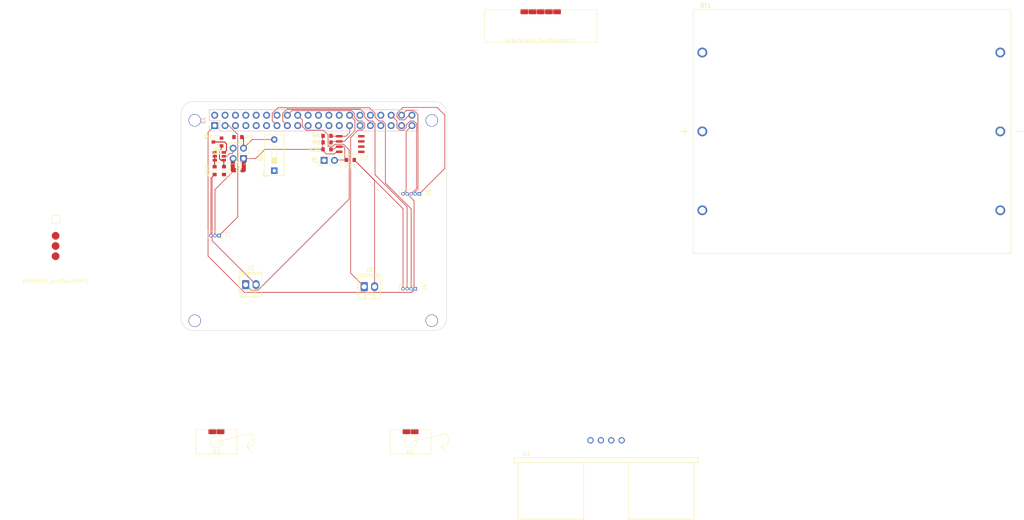
<source format=kicad_pcb>
(kicad_pcb (version 20241229) (generator "pcbnew") (generator_version "9.0")
  (layers (0 "F.Cu" signal) (4 "In1.Cu" signal) (6 "In2.Cu" signal) (2 "B.Cu" signal) (13 "F.Paste" user) (15 "B.Paste" user) (5 "F.SilkS" user "F.Silkscreen") (7 "B.SilkS" user "B.Silkscreen") (1 "F.Mask" user) (3 "B.Mask" user) (25 "Edge.Cuts" user))
  (net 0 "")
  (net 1 "GND")
  (net 2 "/ID_SD_EEPROM")
  (net 3 "/ID_SC_EEPROM")
  (net 6 "/P3V3_HAT")
  (net 7 "/P5V_HAT")
  (net 8 "/P3V3")
  (net 9 "/P5V")
  (net 16 "/GPIO2")
  (net 17 "/MTR1DIR")
  (net 18 "/D2")
  (net 21 "/MTR2DIR")
  (net 22 "/D3")
  (net 25 "/D0")
  (net 28 "/GPIO16")
  (net 32 "/GPIO21")
  (net 34 "/GPIO20")
  (net 35 "Net-(J9-Pin_2)")
  (net 36 "Net-(Q1-G)")
  (net 37 "Net-(Q2A-B)")
  (net 38 "Net-(SW1-A)")
  (footprint "project_footprints:NPTH_3mm_ID" (layer "F.Cu") (at 61.364655 62.599655)
    (property "Reference" "H1" (at 0.06 0.09 0) (layer "F.SilkS"))
    (property "Value" "3mm_Mounting_Hole" (hide yes))
    (pad "" np_thru_hole circle (at 0 0) (size 3 3) (drill 2.75) (layers "*.Cu" "*.Mask") (clearance 1.6))
  )
  (footprint "project_footprints:NPTH_3mm_ID" (layer "F.Cu") (at 119.364655 62.619655)
    (property "Reference" "H2" (at 0.06 0.09 0) (layer "F.SilkS"))
    (property "Value" "3mm_Mounting_Hole" (hide yes))
    (pad "" np_thru_hole circle (at 0 0) (size 3 3) (drill 2.75) (layers "*.Cu" "*.Mask") (clearance 1.6))
  )
  (footprint "project_footprints:NPTH_3mm_ID" (layer "F.Cu") (at 61.364655 111.609655)
    (property "Reference" "H3" (at 0.06 0.09 0) (layer "F.SilkS"))
    (property "Value" "3mm_Mounting_Hole" (hide yes))
    (pad "" np_thru_hole circle (at 0 0) (size 3 3) (drill 2.75) (layers "*.Cu" "*.Mask") (clearance 1.6))
  )
  (footprint "project_footprints:NPTH_3mm_ID" (layer "F.Cu") (at 119.354655 111.599655)
    (property "Reference" "H4" (at 0.06 0.09 0) (layer "F.SilkS"))
    (property "Value" "3mm_Mounting_Hole" (hide yes))
    (pad "" np_thru_hole circle (at 0 0) (size 3 3) (drill 2.75) (layers "*.Cu" "*.Mask") (clearance 1.6))
  )
  (footprint "Resistor_SMD:R_0603_1608Metric_Pad0.84x1.00mm_HandSolder" (layer "F.Cu") (at 71.924655 66.689655)
    (property "Reference" "R9" (at 2.65 0.1 0) (layer "F.SilkS"))
    (property "Value" "DNP")
    (pad "1" smd rect (at -0.9625 0) (size 0.845 1) (layers "F.Cu" "F.Mask" "F.Paste") (net 7 "/P5V_HAT"))
    (pad "2" smd rect (at 0.9625 0) (size 0.845 1) (layers "F.Cu" "F.Mask" "F.Paste") (net 9 "/P5V"))
  )
  (footprint "Resistor_SMD:R_0603_1608Metric_Pad0.84x1.00mm_HandSolder" (layer "F.Cu") (at 72.024655 74.789655)
    (property "Reference" "R7" (at 0 -1.65 0) (layer "F.SilkS"))
    (property "Value" "DNP")
    (pad "1" smd rect (at -0.9625 0) (size 0.845 1) (layers "F.Cu" "F.Mask" "F.Paste") (net 6 "/P3V3_HAT"))
    (pad "2" smd rect (at 0.9625 0) (size 0.845 1) (layers "F.Cu" "F.Mask" "F.Paste") (net 8 "/P3V3"))
  )
  (footprint "Resistor_SMD:R_0603_1608Metric_Pad0.84x1.00mm_HandSolder" (layer "F.Cu") (at 99.424655 72.289655)
    (property "Reference" "R11" (at 0 1.5 0) (layer "F.SilkS"))
    (property "Value" "DNP")
    (pad "1" smd rect (at -0.9625 0) (size 0.845 1) (layers "F.Cu" "F.Mask" "F.Paste") (net 35 "Net-(J9-Pin_2)"))
    (pad "2" smd rect (at 0.9625 0) (size 0.845 1) (layers "F.Cu" "F.Mask" "F.Paste") (net 1 "GND"))
  )
  (footprint "Resistor_SMD:R_0603_1608Metric_Pad0.84x1.00mm_HandSolder" (layer "F.Cu") (at 66.224655 74.889655 -90)
    (property "Reference" "R23" (at 0.108 1.556 90) (layer "F.SilkS"))
    (property "Value" "10K")
    (pad "1" smd rect (at -0.9625 0 270) (size 0.845 1) (layers "F.Cu" "F.Mask" "F.Paste") (net 37 "Net-(Q2A-B)"))
    (pad "2" smd rect (at 0.9625 0 270) (size 0.845 1) (layers "F.Cu" "F.Mask" "F.Paste") (net 1 "GND"))
  )
  (footprint "Resistor_SMD:R_0603_1608Metric_Pad0.84x1.00mm_HandSolder" (layer "F.Cu") (at 68.524655 74.889655 -90)
    (property "Reference" "R24" (at 0.616 -1.3 270) (layer "F.SilkS") (effects (font (size 0.9 0.9) (thickness 0.13))))
    (property "Value" "47K")
    (pad "1" smd rect (at -0.9625 0 270) (size 0.845 1) (layers "F.Cu" "F.Mask" "F.Paste") (net 36 "Net-(Q1-G)"))
    (pad "2" smd rect (at 0.9625 0 270) (size 0.845 1) (layers "F.Cu" "F.Mask" "F.Paste") (net 1 "GND"))
  )
  (footprint "Resistor_SMD:R_0603_1608Metric_Pad0.84x1.00mm_HandSolder" (layer "F.Cu") (at 93.724655 69.689655)
    (property "Reference" "R29" (at -3.15 0.1 0) (layer "F.SilkS"))
    (property "Value" "10K")
    (pad "1" smd rect (at -0.9625 0) (size 0.845 1) (layers "F.Cu" "F.Mask" "F.Paste") (net 8 "/P3V3"))
    (pad "2" smd rect (at 0.9625 0) (size 0.845 1) (layers "F.Cu" "F.Mask" "F.Paste") (net 35 "Net-(J9-Pin_2)"))
  )
  (footprint "Resistor_SMD:R_0603_1608Metric_Pad0.84x1.00mm_HandSolder" (layer "F.Cu") (at 93.724655 67.989655)
    (property "Reference" "R8" (at -2.65 0.05 0) (layer "F.SilkS"))
    (property "Value" "3.9K")
    (pad "1" smd rect (at -0.9625 0) (size 0.845 1) (layers "F.Cu" "F.Mask" "F.Paste") (net 8 "/P3V3"))
    (pad "2" smd rect (at 0.9625 0) (size 0.845 1) (layers "F.Cu" "F.Mask" "F.Paste") (net 3 "/ID_SC_EEPROM"))
  )
  (footprint "Package_TO_SOT_SMD:SOT-23-6" (layer "F.Cu") (at 67.374655 71.389655)
    (property "Reference" "Q2" (at -2.706 -4.774 0) (layer "F.SilkS"))
    (property "Value" "DMMT5401")
    (pad "1" smd rect (at -1.1 -0.95) (size 1.06 0.65) (layers "F.Cu" "F.Mask" "F.Paste") (net 37 "Net-(Q2A-B)"))
    (pad "2" smd rect (at -1.1 0) (size 1.06 0.65) (layers "F.Cu" "F.Mask" "F.Paste") (net 37 "Net-(Q2A-B)"))
    (pad "3" smd rect (at -1.1 0.95) (size 1.06 0.65) (layers "F.Cu" "F.Mask" "F.Paste") (net 37 "Net-(Q2A-B)"))
    (pad "4" smd rect (at 1.1 0.95) (size 1.06 0.65) (layers "F.Cu" "F.Mask" "F.Paste") (net 36 "Net-(Q1-G)"))
    (pad "5" smd rect (at 1.1 0) (size 1.06 0.65) (layers "F.Cu" "F.Mask" "F.Paste") (net 7 "/P5V_HAT"))
    (pad "6" smd rect (at 1.1 -0.95) (size 1.06 0.65) (layers "F.Cu" "F.Mask" "F.Paste") (net 9 "/P5V"))
  )
  (footprint "Package_TO_SOT_SMD:SOT-23" (layer "F.Cu") (at 66.924655 67.889655 180)
    (property "Reference" "Q1" (at 0 -2.5 180) (layer "F.SilkS"))
    (property "Value" "DMG2305UX")
    (pad "1" smd rect (at -1 -0.95 180) (size 0.9 0.8) (layers "F.Cu" "F.Mask" "F.Paste") (net 36 "Net-(Q1-G)"))
    (pad "2" smd rect (at -1 0.95 180) (size 0.9 0.8) (layers "F.Cu" "F.Mask" "F.Paste") (net 7 "/P5V_HAT"))
    (pad "3" smd rect (at 1 0 180) (size 0.9 0.8) (layers "F.Cu" "F.Mask" "F.Paste") (net 9 "/P5V"))
  )
  (footprint "Package_SOIC:SOIC-8_3.9x4.9mm_P1.27mm" (layer "F.Cu") (at 99.424655 68.389655 180)
    (property "Reference" "U2" (at -3.4 -3.4 180) (layer "F.SilkS"))
    (property "Value" "CAT24C32")
    (pad "1" smd rect (at -2.7 -1.905 180) (size 1.55 0.6) (layers "F.Cu" "F.Mask" "F.Paste") (net 1 "GND"))
    (pad "2" smd rect (at -2.7 -0.635 180) (size 1.55 0.6) (layers "F.Cu" "F.Mask" "F.Paste") (net 1 "GND"))
    (pad "3" smd rect (at -2.7 0.635 180) (size 1.55 0.6) (layers "F.Cu" "F.Mask" "F.Paste") (net 1 "GND"))
    (pad "4" smd rect (at -2.7 1.905 180) (size 1.55 0.6) (layers "F.Cu" "F.Mask" "F.Paste") (net 1 "GND"))
    (pad "5" smd rect (at 2.7 1.905 180) (size 1.55 0.6) (layers "F.Cu" "F.Mask" "F.Paste") (net 2 "/ID_SD_EEPROM"))
    (pad "6" smd rect (at 2.7 0.635 180) (size 1.55 0.6) (layers "F.Cu" "F.Mask" "F.Paste") (net 3 "/ID_SC_EEPROM"))
    (pad "7" smd rect (at 2.7 -0.635 180) (size 1.55 0.6) (layers "F.Cu" "F.Mask" "F.Paste") (net 35 "Net-(J9-Pin_2)"))
    (pad "8" smd rect (at 2.7 -1.905 180) (size 1.55 0.6) (layers "F.Cu" "F.Mask" "F.Paste") (net 8 "/P3V3"))
  )
  (footprint "Connector_PinHeader_2.54mm:PinHeader_2x02_P2.54mm_Vertical" (layer "F.Cu") (at 73.304655 71.949655 180)
    (property "Reference" "J6" (at 1.27 -2.33 180) (layer "F.SilkS"))
    (property "Value" "CONN_02X02")
    (pad "1" thru_hole rect (at 0 0 180) (size 1.7 1.7) (drill 1) (layers "*.Cu" "*.Mask") (net 8 "/P3V3"))
    (pad "2" thru_hole oval (at 2.54 0 180) (size 1.7 1.7) (drill 1) (layers "*.Cu" "*.Mask") (net 6 "/P3V3_HAT"))
    (pad "3" thru_hole oval (at 0 2.54 180) (size 1.7 1.7) (drill 1) (layers "*.Cu" "*.Mask") (net 9 "/P5V"))
    (pad "4" thru_hole oval (at 2.54 2.54 180) (size 1.7 1.7) (drill 1) (layers "*.Cu" "*.Mask") (net 7 "/P5V_HAT"))
  )
  (footprint "Connector_PinHeader_2.54mm:PinHeader_1x02_P2.54mm_Vertical" (layer "F.Cu") (at 93.024655 72.389655 90)
    (property "Reference" "J9" (at 0 -2.33 90) (layer "F.SilkS"))
    (property "Value" "CONN_01X02")
    (pad "1" thru_hole rect (at 0 0 90) (size 1.7 1.7) (drill 1) (layers "*.Cu" "*.Mask") (net 1 "GND"))
    (pad "2" thru_hole oval (at 0 2.54 90) (size 1.7 1.7) (drill 1) (layers "*.Cu" "*.Mask") (net 35 "Net-(J9-Pin_2)"))
  )
  (footprint "Resistor_SMD:R_0603_1608Metric_Pad0.84x1.00mm_HandSolder" (layer "F.Cu") (at 93.724655 66.389655)
    (property "Reference" "R6" (at -2.65 -0.1 0) (layer "F.SilkS"))
    (property "Value" "3.9K")
    (pad "1" smd rect (at -0.9625 0) (size 0.845 1) (layers "F.Cu" "F.Mask" "F.Paste") (net 8 "/P3V3"))
    (pad "2" smd rect (at 0.9625 0) (size 0.845 1) (layers "F.Cu" "F.Mask" "F.Paste") (net 2 "/ID_SD_EEPROM"))
  )
  (footprint "CS437:Sunfounder_Photointerrupter" (layer "F.Cu") (at 27.324655 96.334655)
    (property "Reference" "photoint_sunfounder1" (at 0 5.5 0) (layer "F.SilkS") (effects (font (thickness 0.1))))
    (property "Value" "~")
    (pad "GND" smd circle (at 0 -0.5) (size 1.905 1.905) (layers "F.Cu" "F.Mask" "F.Paste") (net 1 "GND"))
    (pad "SIG" smd circle (at 0 -5.5) (size 1.905 1.905) (layers "F.Cu" "F.Mask" "F.Paste") (net 16 "/GPIO2"))
    (pad "Vcc" smd circle (at 0 -3) (size 1.905 1.905) (layers "F.Cu" "F.Mask" "F.Paste") (net 6 "/P3V3_HAT"))
  )
  (footprint "CS437:Sunfound_Grayscale" (layer "F.Cu") (at 146 43.5)
    (property "Reference" "GrayScale_Sunfounder1" (at 0 -0.5 0) (layer "F.SilkS") (effects (font (thickness 0.1))))
    (property "Value" "~")
    (pad "3V3" smd roundrect (at 2 -7.5) (size 1.905 1.27) (layers "F.Cu" "F.Mask" "F.Paste") (roundrect_rratio 0.15) (net 6 "/P3V3_HAT"))
    (pad "GND" smd roundrect (at 4 -7.5) (size 1.905 1.27) (layers "F.Cu" "F.Mask" "F.Paste") (roundrect_rratio 0.15) (net 1 "GND"))
    (pad "S0" smd roundrect (at 0 -7.5) (size 1.905 1.27) (layers "F.Cu" "F.Mask" "F.Paste") (roundrect_rratio 0.15) (net 28 "/GPIO16"))
    (pad "S1" smd roundrect (at -2 -7.5) (size 1.905 1.27) (layers "F.Cu" "F.Mask" "F.Paste") (roundrect_rratio 0.15) (net 34 "/GPIO20"))
    (pad "S2" smd roundrect (at -4 -7.5) (size 1.905 1.27) (layers "F.Cu" "F.Mask" "F.Paste") (roundrect_rratio 0.15) (net 32 "/GPIO21"))
  )
  (footprint "Connector_PinSocket_1.00mm:PinSocket_1x04_P1.00mm_Vertical" (layer "F.Cu") (at 115.324655 103.789655 -90)
    (property "Reference" "J4" (at -0.29 -2.25 90) (layer "F.SilkS"))
    (property "Value" "Ultrasound _Sensor_Connector")
    (pad "1" thru_hole rect (at 0 0 270) (size 0.85 0.85) (drill 0.5) (layers "*.Cu" "*.Mask") (net 6 "/P3V3_HAT"))
    (pad "2" thru_hole oval (at 0 1 270) (size 0.85 0.85) (drill 0.5) (layers "*.Cu" "*.Mask") (net 18 "/D2"))
    (pad "3" thru_hole oval (at 0 2 270) (size 0.85 0.85) (drill 0.5) (layers "*.Cu" "*.Mask") (net 22 "/D3"))
    (pad "4" thru_hole oval (at 0 3 270) (size 0.85 0.85) (drill 0.5) (layers "*.Cu" "*.Mask") (net 1 "GND"))
  )
  (footprint "Connector_PinSocket_1.00mm:PinSocket_1x05_P1.00mm_Vertical" (layer "F.Cu") (at 116.324655 80.579655 -90)
    (property "Reference" "J5" (at -0.29 -2.25 90) (layer "F.SilkS"))
    (property "Value" "GrayScale_Module_Connector")
    (pad "1" thru_hole rect (at 0 0 270) (size 0.85 0.85) (drill 0.5) (layers "*.Cu" "*.Mask") (net 32 "/GPIO21"))
    (pad "2" thru_hole oval (at 0 1 270) (size 0.85 0.85) (drill 0.5) (layers "*.Cu" "*.Mask") (net 34 "/GPIO20"))
    (pad "3" thru_hole oval (at 0 2 270) (size 0.85 0.85) (drill 0.5) (layers "*.Cu" "*.Mask") (net 28 "/GPIO16"))
    (pad "4" thru_hole oval (at 0 3 270) (size 0.85 0.85) (drill 0.5) (layers "*.Cu" "*.Mask") (net 6 "/P3V3_HAT"))
    (pad "5" thru_hole oval (at 0 4 270) (size 0.85 0.85) (drill 0.5) (layers "*.Cu" "*.Mask") (net 1 "GND"))
  )
  (footprint "HC-SR04:XCVR_HC-SR04" (layer "F.Cu") (at 162 140.875)
    (property "Reference" "U1" (at -19.48505 3.31671 0) (layer "F.SilkS") (effects (font (size 1.00052 1.00052))))
    (property "Value" "HC-SR04")
    (pad "1" thru_hole circle (at -3.81 0) (size 1.53 1.53) (drill 1.02) (layers "*.Cu" "*.Mask") (net 6 "/P3V3_HAT"))
    (pad "2" thru_hole circle (at -1.27 0) (size 1.53 1.53) (drill 1.02) (layers "*.Cu" "*.Mask") (net 18 "/D2"))
    (pad "3" thru_hole circle (at 1.27 0) (size 1.53 1.53) (drill 1.02) (layers "*.Cu" "*.Mask") (net 22 "/D3"))
    (pad "4" thru_hole circle (at 3.81 0) (size 1.53 1.53) (drill 1.02) (layers "*.Cu" "*.Mask") (net 1 "GND"))
  )
  (footprint "Connector_Molex:Molex_KK-254_AE-6410-02A_1x02_P2.54mm_Vertical" (layer "F.Cu") (at 73.824655 102.789655)
    (property "Reference" "J1" (at 1.27 -4.12 0) (layer "F.SilkS"))
    (property "Value" "Conn_01x02")
    (pad "1" thru_hole roundrect (at 0 0) (size 1.74 2.19) (drill 1.19) (layers "*.Cu" "*.Mask") (roundrect_rratio 0.143678) (net 21 "/MTR2DIR"))
    (pad "2" thru_hole oval (at 2.54 0) (size 1.74 2.19) (drill 1.19) (layers "*.Cu" "*.Mask") (net 1 "GND"))
  )
  (footprint "CS437:DC_MOTOR" (layer "F.Cu") (at 66.673267 144.232155)
    (property "Reference" "M2" (at 0 -0.5 0) (layer "F.SilkS") (effects (font (thickness 0.1))))
    (property "Value" "Motor_DC")
    (pad "1" smd roundrect (at -1 -5.5) (size 1.905 1.27) (layers "F.Cu" "F.Mask" "F.Paste") (roundrect_rratio 0.15) (net 21 "/MTR2DIR"))
    (pad "2" smd roundrect (at 1 -5.5) (size 1.905 1.27) (layers "F.Cu" "F.Mask" "F.Paste") (roundrect_rratio 0.15) (net 1 "GND"))
  )
  (footprint "Connector_Molex:Molex_KK-254_AE-6410-02A_1x02_P2.54mm_Vertical" (layer "F.Cu") (at 102.824655 103.289655)
    (property "Reference" "J2" (at 1.27 -4.12 0) (layer "F.SilkS"))
    (property "Value" "Conn_01x02")
    (pad "1" thru_hole roundrect (at 0 0) (size 1.74 2.19) (drill 1.19) (layers "*.Cu" "*.Mask") (roundrect_rratio 0.143678) (net 17 "/MTR1DIR"))
    (pad "2" thru_hole oval (at 2.54 0) (size 1.74 2.19) (drill 1.19) (layers "*.Cu" "*.Mask") (net 1 "GND"))
  )
  (footprint "CS437:DC_MOTOR" (layer "F.Cu") (at 114.173267 144.232155)
    (property "Reference" "M1" (at 0 -0.5 0) (layer "F.SilkS") (effects (font (thickness 0.1))))
    (property "Value" "Motor_DC")
    (pad "1" smd roundrect (at -1 -5.5) (size 1.905 1.27) (layers "F.Cu" "F.Mask" "F.Paste") (roundrect_rratio 0.15) (net 17 "/MTR1DIR"))
    (pad "2" smd roundrect (at 1 -5.5) (size 1.905 1.27) (layers "F.Cu" "F.Mask" "F.Paste") (roundrect_rratio 0.15) (net 1 "GND"))
  )
  (footprint "Button_Switch_THT:SW_DIP_SPSTx01_Slide_9.78x4.72mm_W7.62mm_P2.54mm" (layer "F.Cu") (at 80.824655 74.909655 90)
    (property "Reference" "SW1" (at 3.81 -3.42 90) (layer "F.SilkS"))
    (property "Value" "SW_SPST")
    (pad "1" thru_hole rect (at 0 0 90) (size 1.6 1.6) (drill 0.8) (layers "*.Cu" "*.Mask") (net 38 "Net-(SW1-A)"))
    (pad "2" thru_hole oval (at 7.62 0 90) (size 1.6 1.6) (drill 0.8) (layers "*.Cu" "*.Mask") (net 9 "/P5V"))
  )
  (footprint "Connector_PinSocket_1.00mm:PinSocket_1x03_P1.00mm_Vertical" (layer "F.Cu") (at 67.324655 90.789655 -90)
    (property "Reference" "J7" (at -0.29 -2.25 90) (layer "F.SilkS"))
    (property "Value" "PhotoInt_Connector")
    (pad "1" thru_hole rect (at 0 0 270) (size 0.85 0.85) (drill 0.5) (layers "*.Cu" "*.Mask") (net 16 "/GPIO2"))
    (pad "2" thru_hole oval (at 0 1 270) (size 0.85 0.85) (drill 0.5) (layers "*.Cu" "*.Mask") (net 6 "/P3V3_HAT"))
    (pad "3" thru_hole oval (at 0 2 270) (size 0.85 0.85) (drill 0.5) (layers "*.Cu" "*.Mask") (net 1 "GND"))
  )
  (footprint "BK-18650-PC6:BAT_BK-18650-PC6" (layer "F.Cu") (at 222.195 65.3)
    (property "Reference" "BT1" (at -35.825 -30.785 0) (layer "F.SilkS"))
    (property "Value" "BK-18650-PC6")
    (pad "" np_thru_hole circle (at -27.805 -19.3) (size 3.2 3.2) (drill 3.2) (layers "*.Cu" "*.Mask"))
    (pad "" np_thru_hole circle (at -27.805 0) (size 3.2 3.2) (drill 3.2) (layers "*.Cu" "*.Mask"))
    (pad "" np_thru_hole circle (at -27.805 19.3) (size 3.2 3.2) (drill 3.2) (layers "*.Cu" "*.Mask"))
    (pad "" np_thru_hole circle (at 27.805 -19.3) (size 3.2 3.2) (drill 3.2) (layers "*.Cu" "*.Mask"))
    (pad "" np_thru_hole circle (at 27.805 0) (size 3.2 3.2) (drill 3.2) (layers "*.Cu" "*.Mask"))
    (pad "" np_thru_hole circle (at 27.805 19.3) (size 3.2 3.2) (drill 3.2) (layers "*.Cu" "*.Mask"))
    (pad "1+" thru_hole circle (at -36.65 -19.3) (size 2.4 2.4) (drill 1.6) (layers "*.Cu" "*.Mask") (net 38 "Net-(SW1-A)"))
    (pad "1-" thru_hole circle (at 36.25 -19.3) (size 2.4 2.4) (drill 1.6) (layers "*.Cu" "*.Mask") (net 1 "GND"))
    (pad "2+" thru_hole circle (at -36.65 0) (size 2.4 2.4) (drill 1.6) (layers "*.Cu" "*.Mask") (net 38 "Net-(SW1-A)"))
    (pad "2-" thru_hole circle (at 36.25 0) (size 2.4 2.4) (drill 1.6) (layers "*.Cu" "*.Mask") (net 1 "GND"))
    (pad "3+" thru_hole circle (at -36.65 19.3) (size 2.4 2.4) (drill 1.6) (layers "*.Cu" "*.Mask") (net 38 "Net-(SW1-A)"))
    (pad "3-" thru_hole circle (at 36.25 19.3) (size 2.4 2.4) (drill 1.6) (layers "*.Cu" "*.Mask") (net 1 "GND"))
  )
  (footprint "Connector_PinSocket_2.54mm:PinSocket_2x20_P2.54mm_Vertical" (layer "B.Cu") (at 66.244655 63.879655 -90)
    (property "Reference" "J3" (at -1.27 2.77 270) (layer "B.SilkS") (effects (justify mirror)))
    (property "Value" "40HAT")
    (pad "1" thru_hole rect (at 0 0 270) (size 1.7 1.7) (drill 1) (layers "*.Cu" "*.Mask") (net 6 "/P3V3_HAT"))
    (pad "2" thru_hole oval (at -2.54 0 270) (size 1.7 1.7) (drill 1) (layers "*.Cu" "*.Mask") (net 7 "/P5V_HAT"))
    (pad "3" thru_hole oval (at 0 -2.54 270) (size 1.7 1.7) (drill 1) (layers "*.Cu" "*.Mask") (net 16 "/GPIO2"))
    (pad "4" thru_hole oval (at -2.54 -2.54 270) (size 1.7 1.7) (drill 1) (layers "*.Cu" "*.Mask") (net 7 "/P5V_HAT"))
    (pad "5" thru_hole oval (at 0 -5.08 270) (size 1.7 1.7) (drill 1) (layers "*.Cu" "*.Mask"))
    (pad "6" thru_hole oval (at -2.54 -5.08 270) (size 1.7 1.7) (drill 1) (layers "*.Cu" "*.Mask") (net 1 "GND"))
    (pad "7" thru_hole oval (at 0 -7.62 270) (size 1.7 1.7) (drill 1) (layers "*.Cu" "*.Mask"))
    (pad "8" thru_hole oval (at -2.54 -7.62 270) (size 1.7 1.7) (drill 1) (layers "*.Cu" "*.Mask"))
    (pad "9" thru_hole oval (at 0 -10.16 270) (size 1.7 1.7) (drill 1) (layers "*.Cu" "*.Mask") (net 1 "GND"))
    (pad "10" thru_hole oval (at -2.54 -10.16 270) (size 1.7 1.7) (drill 1) (layers "*.Cu" "*.Mask"))
    (pad "11" thru_hole oval (at 0 -12.7 270) (size 1.7 1.7) (drill 1) (layers "*.Cu" "*.Mask") (net 25 "/D0"))
    (pad "12" thru_hole oval (at -2.54 -12.7 270) (size 1.7 1.7) (drill 1) (layers "*.Cu" "*.Mask"))
    (pad "13" thru_hole oval (at 0 -15.24 270) (size 1.7 1.7) (drill 1) (layers "*.Cu" "*.Mask") (net 18 "/D2"))
    (pad "14" thru_hole oval (at -2.54 -15.24 270) (size 1.7 1.7) (drill 1) (layers "*.Cu" "*.Mask") (net 1 "GND"))
    (pad "15" thru_hole oval (at 0 -17.78 270) (size 1.7 1.7) (drill 1) (layers "*.Cu" "*.Mask") (net 22 "/D3"))
    (pad "16" thru_hole oval (at -2.54 -17.78 270) (size 1.7 1.7) (drill 1) (layers "*.Cu" "*.Mask") (net 17 "/MTR1DIR"))
    (pad "17" thru_hole oval (at 0 -20.32 270) (size 1.7 1.7) (drill 1) (layers "*.Cu" "*.Mask"))
    (pad "18" thru_hole oval (at -2.54 -20.32 270) (size 1.7 1.7) (drill 1) (layers "*.Cu" "*.Mask") (net 21 "/MTR2DIR"))
    (pad "19" thru_hole oval (at 0 -22.86 270) (size 1.7 1.7) (drill 1) (layers "*.Cu" "*.Mask"))
    (pad "20" thru_hole oval (at -2.54 -22.86 270) (size 1.7 1.7) (drill 1) (layers "*.Cu" "*.Mask") (net 1 "GND"))
    (pad "21" thru_hole oval (at 0 -25.4 270) (size 1.7 1.7) (drill 1) (layers "*.Cu" "*.Mask"))
    (pad "22" thru_hole oval (at -2.54 -25.4 270) (size 1.7 1.7) (drill 1) (layers "*.Cu" "*.Mask"))
    (pad "23" thru_hole oval (at 0 -27.94 270) (size 1.7 1.7) (drill 1) (layers "*.Cu" "*.Mask"))
    (pad "24" thru_hole oval (at -2.54 -27.94 270) (size 1.7 1.7) (drill 1) (layers "*.Cu" "*.Mask"))
    (pad "25" thru_hole oval (at 0 -30.48 270) (size 1.7 1.7) (drill 1) (layers "*.Cu" "*.Mask") (net 1 "GND"))
    (pad "26" thru_hole oval (at -2.54 -30.48 270) (size 1.7 1.7) (drill 1) (layers "*.Cu" "*.Mask"))
    (pad "27" thru_hole oval (at 0 -33.02 270) (size 1.7 1.7) (drill 1) (layers "*.Cu" "*.Mask") (net 2 "/ID_SD_EEPROM"))
    (pad "28" thru_hole oval (at -2.54 -33.02 270) (size 1.7 1.7) (drill 1) (layers "*.Cu" "*.Mask") (net 3 "/ID_SC_EEPROM"))
    (pad "29" thru_hole oval (at 0 -35.56 270) (size 1.7 1.7) (drill 1) (layers "*.Cu" "*.Mask"))
    (pad "30" thru_hole oval (at -2.54 -35.56 270) (size 1.7 1.7) (drill 1) (layers "*.Cu" "*.Mask") (net 1 "GND"))
    (pad "31" thru_hole oval (at 0 -38.1 270) (size 1.7 1.7) (drill 1) (layers "*.Cu" "*.Mask"))
    (pad "32" thru_hole oval (at -2.54 -38.1 270) (size 1.7 1.7) (drill 1) (layers "*.Cu" "*.Mask"))
    (pad "33" thru_hole oval (at 0 -40.64 270) (size 1.7 1.7) (drill 1) (layers "*.Cu" "*.Mask"))
    (pad "34" thru_hole oval (at -2.54 -40.64 270) (size 1.7 1.7) (drill 1) (layers "*.Cu" "*.Mask") (net 1 "GND"))
    (pad "35" thru_hole oval (at 0 -43.18 270) (size 1.7 1.7) (drill 1) (layers "*.Cu" "*.Mask"))
    (pad "36" thru_hole oval (at -2.54 -43.18 270) (size 1.7 1.7) (drill 1) (layers "*.Cu" "*.Mask") (net 28 "/GPIO16"))
    (pad "37" thru_hole oval (at 0 -45.72 270) (size 1.7 1.7) (drill 1) (layers "*.Cu" "*.Mask"))
    (pad "38" thru_hole oval (at -2.54 -45.72 270) (size 1.7 1.7) (drill 1) (layers "*.Cu" "*.Mask") (net 34 "/GPIO20"))
    (pad "39" thru_hole oval (at 0 -48.26 270) (size 1.7 1.7) (drill 1) (layers "*.Cu" "*.Mask") (net 1 "GND"))
    (pad "40" thru_hole oval (at -2.54 -48.26 270) (size 1.7 1.7) (drill 1) (layers "*.Cu" "*.Mask") (net 32 "/GPIO21"))
  )
  (gr_line (start 123 111) (end 123 61) (stroke (width 0.1)) (layer "Edge.Cuts"))
  (gr_line (start 58 61) (end 58 111) (stroke (width 0.1)) (layer "Edge.Cuts"))
  (gr_arc (start 122.999995 111.005236) (mid 122.119461 113.123148) (end 120 114) (stroke (width 0.1)) (layer "Edge.Cuts"))
  (gr_line (start 120 58) (end 61 58) (stroke (width 0.1)) (layer "Edge.Cuts"))
  (gr_line (start 61 114) (end 120 114) (stroke (width 0.1)) (layer "Edge.Cuts"))
  (gr_arc (start 120 58) (mid 122.121345 58.878665) (end 123 61) (stroke (width 0.1)) (layer "Edge.Cuts"))
  (gr_arc (start 58 61) (mid 58.87868 58.87868) (end 61 58) (stroke (width 0.1)) (layer "Edge.Cuts"))
  (gr_arc (start 61 114) (mid 58.87868 113.12132) (end 58 111) (stroke (width 0.1)) (layer "Edge.Cuts"))
  (segment (start 112.324655 80.579655) (end 113.090655 79.813655) (width 0.15) (layer "F.Cu") (net 1))
  (segment (start 112.324655 103.789655) (end 112.324655 84.227155) (width 0.15) (layer "F.Cu") (net 1))
  (segment (start 113.090655 79.813655) (end 113.090655 65.293655) (width 0.15) (layer "F.Cu") (net 1))
  (segment (start 65.623655 76.453155) (end 66.224655 75.852155) (width 0.15) (layer "F.Cu") (net 1))
  (segment (start 112.324655 84.227155) (end 100.387155 72.289655) (width 0.15) (layer "F.Cu") (net 1))
  (segment (start 76.364655 102.789655) (end 65.623655 92.048655) (width 0.15) (layer "F.Cu") (net 1))
  (segment (start 113.090655 65.293655) (end 114.504655 63.879655) (width 0.15) (layer "F.Cu") (net 1))
  (segment (start 65.324655 90.789655) (end 65.324655 76.752155) (width 0.15) (layer "F.Cu") (net 1))
  (segment (start 105.364655 77.267155) (end 100.387155 72.289655) (width 0.15) (layer "F.Cu") (net 1))
  (segment (start 105.364655 103.289655) (end 105.364655 77.267155) (width 0.15) (layer "F.Cu") (net 1))
  (segment (start 65.324655 76.752155) (end 66.224655 75.852155) (width 0.15) (layer "F.Cu") (net 1))
  (segment (start 65.623655 92.048655) (end 65.623655 76.453155) (width 0.15) (layer "F.Cu") (net 1))
  (segment (start 95.019655 66.584655) (end 94.824655 66.389655) (width 0.15) (layer "F.Cu") (net 2))
  (segment (start 99.264655 65.573055) (end 98.353055 66.484655) (width 0.15) (layer "F.Cu") (net 2))
  (segment (start 96.724655 66.484655) (end 94.782155 66.484655) (width 0.15) (layer "F.Cu") (net 2))
  (segment (start 99.264655 63.879655) (end 99.264655 65.573055) (width 0.15) (layer "F.Cu") (net 2))
  (segment (start 94.782155 66.484655) (end 94.687155 66.389655) (width 0.15) (layer "F.Cu") (net 2))
  (segment (start 98.353055 66.484655) (end 96.724655 66.484655) (width 0.15) (layer "F.Cu") (net 2))
  (segment (start 99.264655 64.349655) (end 99.264655 63.879655) (width 0.25) (layer "B.Cu") (net 2))
  (segment (start 94.959655 67.854655) (end 94.824655 67.989655) (width 0.15) (layer "F.Cu") (net 3))
  (segment (start 96.724655 67.754655) (end 94.922155 67.754655) (width 0.15) (layer "F.Cu") (net 3))
  (segment (start 99.264655 61.339655) (end 99.174655 61.339655) (width 0.15) (layer "F.Cu") (net 3))
  (segment (start 99.264655 61.339655) (end 100.543615 62.618615) (width 0.15) (layer "F.Cu") (net 3))
  (segment (start 100.543615 62.618615) (end 100.543615 65.150075) (width 0.15) (layer "F.Cu") (net 3))
  (segment (start 94.922155 67.754655) (end 94.687155 67.989655) (width 0.15) (layer "F.Cu") (net 3))
  (segment (start 100.543615 65.150075) (end 97.939035 67.754655) (width 0.15) (layer "F.Cu") (net 3))
  (segment (start 97.939035 67.754655) (end 96.724655 67.754655) (width 0.15) (layer "F.Cu") (net 3))
  (segment (start 70.674655 72.039655) (end 70.764655 71.949655) (width 0.25) (layer "F.Cu") (net 6))
  (segment (start 115.324655 103.789655) (end 114.453655 104.660655) (width 0.15) (layer "F.Cu") (net 6))
  (segment (start 66.324655 79.527155) (end 71.062155 74.789655) (width 0.15) (layer "F.Cu") (net 6))
  (segment (start 114.453655 104.660655) (end 73.479851 104.660655) (width 0.15) (layer "F.Cu") (net 6))
  (segment (start 114.445019 104.660655) (end 73.479851 104.660655) (width 0.15) (layer "F.Cu") (net 6))
  (segment (start 113.324655 80.579655) (end 115.025655 82.280655) (width 0.15) (layer "F.Cu") (net 6))
  (segment (start 64.623655 65.500655) (end 66.244655 63.879655) (width 0.15) (layer "F.Cu") (net 6))
  (segment (start 115.025655 82.280655) (end 115.025655 104.080019) (width 0.15) (layer "F.Cu") (net 6))
  (segment (start 64.623655 95.804459) (end 64.623655 65.500655) (width 0.15) (layer "F.Cu") (net 6))
  (segment (start 70.674655 74.789655) (end 70.674655 72.039655) (width 1) (layer "F.Cu") (net 6))
  (segment (start 115.025655 104.080019) (end 114.445019 104.660655) (width 0.15) (layer "F.Cu") (net 6))
  (segment (start 73.479851 104.660655) (end 64.623655 95.804459) (width 0.15) (layer "F.Cu") (net 6))
  (segment (start 66.324655 90.789655) (end 66.324655 79.527155) (width 0.15) (layer "F.Cu") (net 6))
  (segment (start 69.224655 71.389655) (end 69.924655 70.689655) (width 0.15) (layer "F.Cu") (net 7))
  (segment (start 69.924655 70.689655) (end 70.524655 70.689655) (width 0.15) (layer "F.Cu") (net 7))
  (segment (start 70.524655 70.689655) (end 70.764655 70.449655) (width 0.15) (layer "F.Cu") (net 7))
  (segment (start 70.764655 70.449655) (end 70.764655 69.409655) (width 0.15) (layer "F.Cu") (net 7))
  (segment (start 68.474655 71.389655) (end 69.224655 71.389655) (width 0.15) (layer "F.Cu") (net 7))
  (segment (start 68.024655 66.939655) (end 68.024655 66.889655) (width 0.6) (layer "F.Cu") (net 7))
  (segment (start 73.374655 72.019655) (end 73.304655 71.949655) (width 0.15) (layer "F.Cu") (net 8))
  (segment (start 92.624655 67.989655) (end 92.624655 69.689655) (width 0.15) (layer "F.Cu") (net 8))
  (segment (start 96.019655 70.294655) (end 95.524655 70.789655) (width 0.15) (layer "F.Cu") (net 8))
  (segment (start 95.524655 70.789655) (end 93.524655 70.789655) (width 0.15) (layer "F.Cu") (net 8))
  (segment (start 93.524655 70.789655) (end 92.624655 69.889655) (width 0.15) (layer "F.Cu") (net 8))
  (segment (start 92.624655 69.889655) (end 92.624655 69.689655) (width 0.15) (layer "F.Cu") (net 8))
  (segment (start 78.524655 69.689655) (end 76.264655 71.949655) (width 0.15) (layer "F.Cu") (net 8))
  (segment (start 76.264655 71.949655) (end 73.304655 71.949655) (width 0.15) (layer "F.Cu") (net 8))
  (segment (start 92.624655 69.689655) (end 78.524655 69.689655) (width 0.15) (layer "F.Cu") (net 8))
  (segment (start 92.624655 66.389655) (end 92.624655 67.989655) (width 0.15) (layer "F.Cu") (net 8))
  (segment (start 96.724655 70.294655) (end 96.019655 70.294655) (width 0.15) (layer "F.Cu") (net 8))
  (segment (start 73.374655 74.789655) (end 73.374655 72.019655) (width 1) (layer "F.Cu") (net 8))
  (segment (start 73.304655 66.719655) (end 73.274655 66.689655) (width 0.25) (layer "F.Cu") (net 9))
  (segment (start 69.124655 69.989655) (end 69.124655 68.339655) (width 0.25) (layer "F.Cu") (net 9))
  (segment (start 75.424655 67.289655) (end 73.304655 69.409655) (width 0.15) (layer "F.Cu") (net 9))
  (segment (start 68.474655 70.439655) (end 68.674655 70.439655) (width 0.25) (layer "F.Cu") (net 9))
  (segment (start 80.824655 67.289655) (end 75.424655 67.289655) (width 0.15) (layer "F.Cu") (net 9))
  (segment (start 69.124655 68.339655) (end 68.674655 67.889655) (width 0.25) (layer "F.Cu") (net 9))
  (segment (start 68.674655 67.889655) (end 67.074655 67.889655) (width 0.25) (layer "F.Cu") (net 9))
  (segment (start 68.674655 70.439655) (end 69.124655 69.989655) (width 0.25) (layer "F.Cu") (net 9))
  (segment (start 67.074655 67.889655) (end 65.824655 67.889655) (width 0.25) (layer "F.Cu") (net 9))
  (segment (start 73.304655 69.409655) (end 73.304655 66.719655) (width 0.25) (layer "F.Cu") (net 9))
  (segment (start 71.890655 86.223655) (end 71.890655 66.03806) (width 0.15) (layer "F.Cu") (net 16))
  (segment (start 67.324655 90.789655) (end 71.890655 86.223655) (width 0.15) (layer "F.Cu") (net 16))
  (segment (start 71.890655 66.03806) (end 69.73225 63.879655) (width 0.15) (layer "F.Cu") (net 16))
  (segment (start 69.73225 63.879655) (end 68.784655 63.879655) (width 0.15) (layer "F.Cu") (net 16))
  (segment (start 102.27106 62.753655) (end 101.33825 62.753655) (width 0.15) (layer "F.Cu") (net 17))
  (segment (start 102.824655 103.289655) (end 99.511655 99.976655) (width 0.15) (layer "F.Cu") (net 17))
  (segment (start 101.33825 65.005655) (end 102.27106 65.005655) (width 0.15) (layer "F.Cu") (net 17))
  (segment (start 99.511655 66.83225) (end 101.33825 65.005655) (width 0.15) (layer "F.Cu") (net 17))
  (segment (start 100.390655 61.80606) (end 100.390655 60.87325) (width 0.15) (layer "F.Cu") (net 17))
  (segment (start 99.511655 99.976655) (end 99.511655 66.83225) (width 0.15) (layer "F.Cu") (net 17))
  (segment (start 101.33825 62.753655) (end 100.390655 61.80606) (width 0.15) (layer "F.Cu") (net 17))
  (segment (start 100.390655 60.87325) (end 99.73106 60.213655) (width 0.15) (layer "F.Cu") (net 17))
  (segment (start 85.150655 60.213655) (end 84.024655 61.339655) (width 0.15) (layer "F.Cu") (net 17))
  (segment (start 99.73106 60.213655) (end 85.150655 60.213655) (width 0.15) (layer "F.Cu") (net 17))
  (segment (start 102.27106 65.005655) (end 102.930655 64.34606) (width 0.15) (layer "F.Cu") (net 17))
  (segment (start 102.930655 64.34606) (end 102.930655 63.41325) (width 0.15) (layer "F.Cu") (net 17))
  (segment (start 102.930655 63.41325) (end 102.27106 62.753655) (width 0.15) (layer "F.Cu") (net 17))
  (segment (start 106.41825 62.753655) (end 105.470655 61.80606) (width 0.15) (layer "F.Cu") (net 18))
  (segment (start 114.324655 103.789655) (end 114.324655 84.256267) (width 0.15) (layer "F.Cu") (net 18))
  (segment (start 105.470655 61.80606) (end 105.470655 60.87325) (width 0.15) (layer "F.Cu") (net 18))
  (segment (start 108.010655 77.942267) (end 108.010655 63.41325) (width 0.15) (layer "F.Cu") (net 18))
  (segment (start 80.324655 62.719655) (end 81.484655 63.879655) (width 0.15) (layer "F.Cu") (net 18))
  (segment (start 114.324655 84.256267) (end 108.010655 77.942267) (width 0.15) (layer "F.Cu") (net 18))
  (segment (start 81.72025 59.511655) (end 80.324655 60.90725) (width 0.15) (layer "F.Cu") (net 18))
  (segment (start 104.10906 59.511655) (end 81.72025 59.511655) (width 0.15) (layer "F.Cu") (net 18))
  (segment (start 80.324655 60.90725) (end 80.324655 62.719655) (width 0.15) (layer "F.Cu") (net 18))
  (segment (start 108.010655 63.41325) (end 107.35106 62.753655) (width 0.15) (layer "F.Cu") (net 18))
  (segment (start 105.470655 60.87325) (end 104.10906 59.511655) (width 0.15) (layer "F.Cu") (net 18))
  (segment (start 107.35106 62.753655) (end 106.41825 62.753655) (width 0.15) (layer "F.Cu") (net 18))
  (segment (start 93.988655 68.913655) (end 93.988655 66.141655) (width 0.15) (layer "F.Cu") (net 21))
  (segment (start 95.673655 68.448655) (end 95.208655 68.913655) (width 0.15) (layer "F.Cu") (net 21))
  (segment (start 73.824655 102.789655) (end 75.195655 104.160655) (width 0.15) (layer "F.Cu") (net 21))
  (segment (start 97.775655 68.448655) (end 95.673655 68.448655) (width 0.15) (layer "F.Cu") (net 21))
  (segment (start 87.690655 64.05806) (end 87.690655 62.465655) (width 0.15) (layer "F.Cu") (net 21))
  (segment (start 95.208655 68.913655) (end 93.988655 68.913655) (width 0.15) (layer "F.Cu") (net 21))
  (segment (start 88.63825 65.005655) (end 87.690655 64.05806) (width 0.15) (layer "F.Cu") (net 21))
  (segment (start 93.988655 66.141655) (end 92.852655 65.005655) (width 0.15) (layer "F.Cu") (net 21))
  (segment (start 99.160655 81.839344) (end 99.160655 69.833655) (width 0.15) (layer "F.Cu") (net 21))
  (segment (start 76.839344 104.160655) (end 99.160655 81.839344) (width 0.15) (layer "F.Cu") (net 21))
  (segment (start 99.160655 69.833655) (end 97.775655 68.448655) (width 0.15) (layer "F.Cu") (net 21))
  (segment (start 92.852655 65.005655) (end 88.63825 65.005655) (width 0.15) (layer "F.Cu") (net 21))
  (segment (start 75.195655 104.160655) (end 76.839344 104.160655) (width 0.15) (layer "F.Cu") (net 21))
  (segment (start 87.690655 62.465655) (end 86.564655 61.339655) (width 0.15) (layer "F.Cu") (net 21))
  (segment (start 83.90925 59.862655) (end 82.898655 60.87325) (width 0.15) (layer "F.Cu") (net 22))
  (segment (start 113.324655 103.789655) (end 113.324655 83.752655) (width 0.15) (layer "F.Cu") (net 22))
  (segment (start 82.898655 62.753655) (end 84.024655 63.879655) (width 0.15) (layer "F.Cu") (net 22))
  (segment (start 102.930655 60.87325) (end 101.92006 59.862655) (width 0.15) (layer "F.Cu") (net 22))
  (segment (start 104.81106 62.753655) (end 103.87825 62.753655) (width 0.15) (layer "F.Cu") (net 22))
  (segment (start 103.87825 62.753655) (end 102.930655 61.80606) (width 0.15) (layer "F.Cu") (net 22))
  (segment (start 105.470655 63.41325) (end 104.81106 62.753655) (width 0.15) (layer "F.Cu") (net 22))
  (segment (start 113.324655 83.752655) (end 105.470655 75.898655) (width 0.15) (layer "F.Cu") (net 22))
  (segment (start 102.930655 61.80606) (end 102.930655 60.87325) (width 0.15) (layer "F.Cu") (net 22))
  (segment (start 105.470655 75.898655) (end 105.470655 63.41325) (width 0.15) (layer "F.Cu") (net 22))
  (segment (start 82.898655 60.87325) (end 82.898655 62.753655) (width 0.15) (layer "F.Cu") (net 22))
  (segment (start 101.92006 59.862655) (end 83.90925 59.862655) (width 0.15) (layer "F.Cu") (net 22))
  (segment (start 112.43106 65.005655) (end 111.49825 65.005655) (width 0.15) (layer "F.Cu") (net 28))
  (segment (start 110.838655 62.753655) (end 109.424655 61.339655) (width 0.15) (layer "F.Cu") (net 28))
  (segment (start 114.03825 62.753655) (end 113.090655 63.70125) (width 0.15) (layer "F.Cu") (net 28))
  (segment (start 115.630655 79.273655) (end 115.630655 63.41325) (width 0.15) (layer "F.Cu") (net 28))
  (segment (start 113.090655 64.34606) (end 112.43106 65.005655) (width 0.15) (layer "F.Cu") (net 28))
  (segment (start 111.49825 65.005655) (end 110.838655 64.34606) (width 0.15) (layer "F.Cu") (net 28))
  (segment (start 114.97106 62.753655) (end 114.03825 62.753655) (width 0.15) (layer "F.Cu") (net 28))
  (segment (start 115.630655 79.273655) (end 114.324655 80.579655) (width 0.15) (layer "F.Cu") (net 28))
  (segment (start 113.090655 63.70125) (end 113.090655 64.34606) (width 0.15) (layer "F.Cu") (net 28))
  (segment (start 115.630655 63.41325) (end 114.97106 62.753655) (width 0.15) (layer "F.Cu") (net 28))
  (segment (start 110.838655 64.34606) (end 110.838655 62.753655) (width 0.15) (layer "F.Cu") (net 28))
  (segment (start 116.324655 80.579655) (end 122.540655 74.363655) (width 0.15) (layer "F.Cu") (net 32))
  (segment (start 112.26825 59.443655) (end 110.838655 60.87325) (width 0.15) (layer "F.Cu") (net 32))
  (segment (start 122.540655 61.304112) (end 120.680198 59.443655) (width 0.15) (layer "F.Cu") (net 32))
  (segment (start 122.540655 74.363655) (end 122.540655 61.304112) (width 0.15) (layer "F.Cu") (net 32))
  (segment (start 110.838655 61.80606) (end 111.49825 62.465655) (width 0.15) (layer "F.Cu") (net 32))
  (segment (start 120.680198 59.443655) (end 112.26825 59.443655) (width 0.15) (layer "F.Cu") (net 32))
  (segment (start 111.49825 62.465655) (end 112.652266 62.465655) (width 0.15) (layer "F.Cu") (net 32))
  (segment (start 110.838655 60.87325) (end 110.838655 61.80606) (width 0.15) (layer "F.Cu") (net 32))
  (segment (start 113.778266 61.339655) (end 114.504655 61.339655) (width 0.15) (layer "F.Cu") (net 32))
  (segment (start 112.652266 62.465655) (end 113.778266 61.339655) (width 0.15) (layer "F.Cu") (net 32))
  (segment (start 115.981655 61.22425) (end 114.97106 60.213655) (width 0.15) (layer "F.Cu") (net 34))
  (segment (start 114.97106 60.213655) (end 113.090655 60.213655) (width 0.15) (layer "F.Cu") (net 34))
  (segment (start 115.324655 80.579655) (end 115.324655 80.076043) (width 0.15) (layer "F.Cu") (net 34))
  (segment (start 113.090655 60.213655) (end 111.964655 61.339655) (width 0.15) (layer "F.Cu") (net 34))
  (segment (start 115.324655 80.076043) (end 115.981655 79.419044) (width 0.15) (layer "F.Cu") (net 34))
  (segment (start 115.981655 79.419044) (end 115.981655 61.22425) (width 0.15) (layer "F.Cu") (net 34))
  (segment (start 95.964655 72.289655) (end 95.564655 72.689655) (width 0.15) (layer "F.Cu") (net 35))
  (segment (start 96.089655 69.024655) (end 95.424655 69.689655) (width 0.15) (layer "F.Cu") (net 35))
  (segment (start 95.424655 69.689655) (end 94.824655 69.689655) (width 0.15) (layer "F.Cu") (net 35))
  (segment (start 98.074655 69.339655) (end 97.759655 69.024655) (width 0.15) (layer "F.Cu") (net 35))
  (segment (start 97.759655 69.024655) (end 96.724655 69.024655) (width 0.15) (layer "F.Cu") (net 35))
  (segment (start 94.824655 69.689655) (end 95.124655 69.689655) (width 0.15) (layer "F.Cu") (net 35))
  (segment (start 98.074655 72.289655) (end 95.964655 72.289655) (width 0.15) (layer "F.Cu") (net 35))
  (segment (start 96.724655 69.024655) (end 96.089655 69.024655) (width 0.15) (layer "F.Cu") (net 35))
  (segment (start 98.074655 72.289655) (end 98.074655 69.339655) (width 0.15) (layer "F.Cu") (net 35))
  (segment (start 68.474655 73.739655) (end 68.524655 73.789655) (width 0.25) (layer "F.Cu") (net 36))
  (segment (start 67.925415 68.839655) (end 67.925415 69.488895) (width 0.25) (layer "F.Cu") (net 36))
  (segment (start 67.424655 71.989655) (end 67.774655 72.339655) (width 0.25) (layer "F.Cu") (net 36))
  (segment (start 67.925415 69.488895) (end 67.424655 69.989655) (width 0.25) (layer "F.Cu") (net 36))
  (segment (start 67.774655 72.339655) (end 68.474655 72.339655) (width 0.25) (layer "F.Cu") (net 36))
  (segment (start 68.474655 72.339655) (end 68.474655 73.739655) (width 0.25) (layer "F.Cu") (net 36))
  (segment (start 67.424655 69.989655) (end 67.424655 71.989655) (width 0.25) (layer "F.Cu") (net 36))
  (segment (start 66.274655 71.389655) (end 66.274655 72.339655) (width 0.25) (layer "F.Cu") (net 37))
  (segment (start 66.274655 72.339655) (end 66.224655 72.389655) (width 0.25) (layer "F.Cu") (net 37))
  (segment (start 66.224655 72.389655) (end 66.224655 73.789655) (width 0.25) (layer "F.Cu") (net 37))
  (segment (start 66.274655 70.439655) (end 66.274655 71.389655) (width 0.25) (layer "F.Cu") (net 37))
)
</source>
